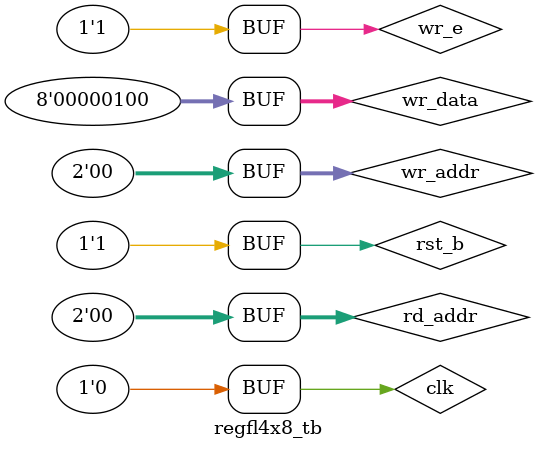
<source format=v>
module regfl_4x8(
    input clk,
    input rst_b,
    input [7 : 0] wr_data,
    input [1 : 0] wr_addr,
    input wr_e,
    input [1 : 0] rd_addr,
    output [7 : 0] rd_data 
);

wire [3 : 0] dec_out;

wire [7 : 0] rgst_out [0 : 3];

dec_1_4 circ1(
    .e(wr_e),
    .s(wr_addr),
    .o(dec_out)
);

genvar i;

generate
    for(i = 0; i < 4; i = i + 1) begin : rgst_blk
        rgst #(
            .width(8)
        ) rgst_i (
            .clk(clk),
            .rst_b(rst_b),
            .ld(dec_out[i]),
            .clr(1'b0), // ca sa nu activam ramura de clear
            .d(wr_data),
            .q(rgst_out[i])
        );
    end
endgenerate

mux_4_1 #(
    .width(8)
) circ3 (
    .d0(rgst_out[0]),
    .d1(rgst_out[1]),
    .d2(rgst_out[2]),
    .d3(rgst_out[3]),
    .s(rd_addr),
    .o(rd_data)
);

endmodule

/*
//sau a doua varianta, fara genvar
module regfl_4x8(
    input clk,
    input rst_b,
    input [7 : 0] wr_data,
    input [1 : 0] wr_addr,
    input wr_e,
    input [1 : 0] rd_addr,
    output [7 : 0] rd_data 
);

wire [3 : 0] dec_out;

wire [7 : 0] rgst_out [0 : 3];

dec_1_4 circ1(
    .e(wr_e),
    .s(wr_addr),
    .o(dec_out)
);

rgst #(
    .width(8)
) rgst_i0 (
    .clk(clk),
    .rst_b(rst_b),
    .ld(dec_out[0]),
    .clr(1'b0), // ca sa nu activam ramura de clear
    .d(wr_data),
    .q(rgst_out[0])
);

rgst #(
    .width(8)
) rgst_i1 (
    .clk(clk),
    .rst_b(rst_b),
    .ld(dec_out[1]),
    .clr(1'b0), // ca sa nu activam ramura de clear
    .d(wr_data),
    .q(rgst_out[1])
);

rgst #(
    .width(8)
) rgst_i2 (
    .clk(clk),
    .rst_b(rst_b),
    .ld(dec_out[2]),
    .clr(1'b0), // ca sa nu activam ramura de clear
    .d(wr_data),
    .q(rgst_out[2])
);

rgst #(
    .width(8)
) rgst_i3 (
    .clk(clk),
    .rst_b(rst_b),
    .ld(dec_out[3]),
    .clr(1'b0), // ca sa nu activam ramura de clear
    .d(wr_data),
    .q(rgst_out[3])
);

mux_4_1 #(
    .width(8)
)(
    .d0(rgst[0]),
    .d1(rgst[1]),
    .d2(rgst[2]),
    .d3(rgst[3]),
    .s(rd_addr),
    .o(rd_data)
);
*/


module regfl4x8_tb;
    reg clk, rst_b, wr_e;
    reg [1:0] wr_addr, rd_addr;
    reg [7:0] wr_data;
    wire [7:0] rd_data;

    regfl_4x8 dut(.clk(clk), .rst_b(rst_b), .wr_e(wr_e), .wr_addr(wr_addr), .rd_addr(rd_addr), .wr_data(wr_data), .rd_data(rd_data));

    localparam CLK_PERIOD=100, RUNNING_CYCLES=5;
    initial begin
        clk=0;
        repeat (2*RUNNING_CYCLES) #(CLK_PERIOD/2) clk=~clk;
    end
    localparam RST_DURATION=25;
    initial begin
        rst_b=0;
        #RST_DURATION rst_b=~rst_b;
    end

    initial begin
                        wr_addr = 2'h0; wr_data = 8'h00; wr_e = 1; rd_addr = 2'h3;
        #(1*CLK_PERIOD) wr_addr = 2'h2; wr_data = 8'h01;           rd_addr = 2'h0;
        #(1*CLK_PERIOD) wr_addr = 2'h1; wr_data = 8'h02; wr_e = 0; rd_addr = 2'h1;
        #(1*CLK_PERIOD) wr_addr = 2'h3; wr_data = 8'h03; wr_e = 1; rd_addr = 2'h2;
        #(1*CLK_PERIOD) wr_addr = 2'h0; wr_data = 8'h04;           rd_addr = 2'h0;
    end

endmodule
</source>
